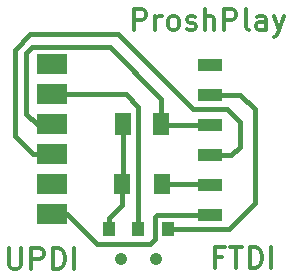
<source format=gbr>
%TF.GenerationSoftware,KiCad,Pcbnew,9.0.0*%
%TF.CreationDate,2025-05-11T17:49:32+05:30*%
%TF.ProjectId,Auto-UPDI-with-switch,4175746f-2d55-4504-9449-2d776974682d,rev?*%
%TF.SameCoordinates,Original*%
%TF.FileFunction,Copper,L1,Top*%
%TF.FilePolarity,Positive*%
%FSLAX46Y46*%
G04 Gerber Fmt 4.6, Leading zero omitted, Abs format (unit mm)*
G04 Created by KiCad (PCBNEW 9.0.0) date 2025-05-11 17:49:32*
%MOMM*%
%LPD*%
G01*
G04 APERTURE LIST*
%ADD10C,0.360000*%
%TA.AperFunction,NonConductor*%
%ADD11C,0.360000*%
%TD*%
%TA.AperFunction,SMDPad,CuDef*%
%ADD12R,1.400000X1.900000*%
%TD*%
%TA.AperFunction,ComponentPad*%
%ADD13C,1.050000*%
%TD*%
%TA.AperFunction,SMDPad,CuDef*%
%ADD14R,1.000000X1.200000*%
%TD*%
%TA.AperFunction,SMDPad,CuDef*%
%ADD15R,2.500000X1.700000*%
%TD*%
%TA.AperFunction,SMDPad,CuDef*%
%ADD16R,2.000000X1.000000*%
%TD*%
%TA.AperFunction,SMDPad,CuDef*%
%ADD17R,1.400000X1.700000*%
%TD*%
%TA.AperFunction,Conductor*%
%ADD18C,0.400000*%
%TD*%
G04 APERTURE END LIST*
D10*
D11*
X98866951Y-93751513D02*
X98266951Y-93751513D01*
X98266951Y-94694370D02*
X98266951Y-92894370D01*
X98266951Y-92894370D02*
X99124094Y-92894370D01*
X99552665Y-92894370D02*
X100581237Y-92894370D01*
X100066951Y-94694370D02*
X100066951Y-92894370D01*
X101181237Y-94694370D02*
X101181237Y-92894370D01*
X101181237Y-92894370D02*
X101609808Y-92894370D01*
X101609808Y-92894370D02*
X101866951Y-92980084D01*
X101866951Y-92980084D02*
X102038380Y-93151513D01*
X102038380Y-93151513D02*
X102124094Y-93322941D01*
X102124094Y-93322941D02*
X102209808Y-93665798D01*
X102209808Y-93665798D02*
X102209808Y-93922941D01*
X102209808Y-93922941D02*
X102124094Y-94265798D01*
X102124094Y-94265798D02*
X102038380Y-94437227D01*
X102038380Y-94437227D02*
X101866951Y-94608656D01*
X101866951Y-94608656D02*
X101609808Y-94694370D01*
X101609808Y-94694370D02*
X101181237Y-94694370D01*
X102981237Y-94694370D02*
X102981237Y-92894370D01*
D10*
D11*
X80822867Y-93009165D02*
X80822867Y-94466308D01*
X80822867Y-94466308D02*
X80908581Y-94637736D01*
X80908581Y-94637736D02*
X80994296Y-94723451D01*
X80994296Y-94723451D02*
X81165724Y-94809165D01*
X81165724Y-94809165D02*
X81508581Y-94809165D01*
X81508581Y-94809165D02*
X81680010Y-94723451D01*
X81680010Y-94723451D02*
X81765724Y-94637736D01*
X81765724Y-94637736D02*
X81851438Y-94466308D01*
X81851438Y-94466308D02*
X81851438Y-93009165D01*
X82708581Y-94809165D02*
X82708581Y-93009165D01*
X82708581Y-93009165D02*
X83394295Y-93009165D01*
X83394295Y-93009165D02*
X83565724Y-93094879D01*
X83565724Y-93094879D02*
X83651438Y-93180593D01*
X83651438Y-93180593D02*
X83737152Y-93352022D01*
X83737152Y-93352022D02*
X83737152Y-93609165D01*
X83737152Y-93609165D02*
X83651438Y-93780593D01*
X83651438Y-93780593D02*
X83565724Y-93866308D01*
X83565724Y-93866308D02*
X83394295Y-93952022D01*
X83394295Y-93952022D02*
X82708581Y-93952022D01*
X84508581Y-94809165D02*
X84508581Y-93009165D01*
X84508581Y-93009165D02*
X84937152Y-93009165D01*
X84937152Y-93009165D02*
X85194295Y-93094879D01*
X85194295Y-93094879D02*
X85365724Y-93266308D01*
X85365724Y-93266308D02*
X85451438Y-93437736D01*
X85451438Y-93437736D02*
X85537152Y-93780593D01*
X85537152Y-93780593D02*
X85537152Y-94037736D01*
X85537152Y-94037736D02*
X85451438Y-94380593D01*
X85451438Y-94380593D02*
X85365724Y-94552022D01*
X85365724Y-94552022D02*
X85194295Y-94723451D01*
X85194295Y-94723451D02*
X84937152Y-94809165D01*
X84937152Y-94809165D02*
X84508581Y-94809165D01*
X86308581Y-94809165D02*
X86308581Y-93009165D01*
D10*
D11*
X91411866Y-74574868D02*
X91411866Y-72774868D01*
X91411866Y-72774868D02*
X92097580Y-72774868D01*
X92097580Y-72774868D02*
X92269009Y-72860582D01*
X92269009Y-72860582D02*
X92354723Y-72946296D01*
X92354723Y-72946296D02*
X92440437Y-73117725D01*
X92440437Y-73117725D02*
X92440437Y-73374868D01*
X92440437Y-73374868D02*
X92354723Y-73546296D01*
X92354723Y-73546296D02*
X92269009Y-73632011D01*
X92269009Y-73632011D02*
X92097580Y-73717725D01*
X92097580Y-73717725D02*
X91411866Y-73717725D01*
X93211866Y-74574868D02*
X93211866Y-73374868D01*
X93211866Y-73717725D02*
X93297580Y-73546296D01*
X93297580Y-73546296D02*
X93383295Y-73460582D01*
X93383295Y-73460582D02*
X93554723Y-73374868D01*
X93554723Y-73374868D02*
X93726152Y-73374868D01*
X94583295Y-74574868D02*
X94411866Y-74489154D01*
X94411866Y-74489154D02*
X94326152Y-74403439D01*
X94326152Y-74403439D02*
X94240438Y-74232011D01*
X94240438Y-74232011D02*
X94240438Y-73717725D01*
X94240438Y-73717725D02*
X94326152Y-73546296D01*
X94326152Y-73546296D02*
X94411866Y-73460582D01*
X94411866Y-73460582D02*
X94583295Y-73374868D01*
X94583295Y-73374868D02*
X94840438Y-73374868D01*
X94840438Y-73374868D02*
X95011866Y-73460582D01*
X95011866Y-73460582D02*
X95097581Y-73546296D01*
X95097581Y-73546296D02*
X95183295Y-73717725D01*
X95183295Y-73717725D02*
X95183295Y-74232011D01*
X95183295Y-74232011D02*
X95097581Y-74403439D01*
X95097581Y-74403439D02*
X95011866Y-74489154D01*
X95011866Y-74489154D02*
X94840438Y-74574868D01*
X94840438Y-74574868D02*
X94583295Y-74574868D01*
X95869009Y-74489154D02*
X96040437Y-74574868D01*
X96040437Y-74574868D02*
X96383294Y-74574868D01*
X96383294Y-74574868D02*
X96554723Y-74489154D01*
X96554723Y-74489154D02*
X96640437Y-74317725D01*
X96640437Y-74317725D02*
X96640437Y-74232011D01*
X96640437Y-74232011D02*
X96554723Y-74060582D01*
X96554723Y-74060582D02*
X96383294Y-73974868D01*
X96383294Y-73974868D02*
X96126152Y-73974868D01*
X96126152Y-73974868D02*
X95954723Y-73889154D01*
X95954723Y-73889154D02*
X95869009Y-73717725D01*
X95869009Y-73717725D02*
X95869009Y-73632011D01*
X95869009Y-73632011D02*
X95954723Y-73460582D01*
X95954723Y-73460582D02*
X96126152Y-73374868D01*
X96126152Y-73374868D02*
X96383294Y-73374868D01*
X96383294Y-73374868D02*
X96554723Y-73460582D01*
X97411866Y-74574868D02*
X97411866Y-72774868D01*
X98183295Y-74574868D02*
X98183295Y-73632011D01*
X98183295Y-73632011D02*
X98097580Y-73460582D01*
X98097580Y-73460582D02*
X97926152Y-73374868D01*
X97926152Y-73374868D02*
X97669009Y-73374868D01*
X97669009Y-73374868D02*
X97497580Y-73460582D01*
X97497580Y-73460582D02*
X97411866Y-73546296D01*
X99040437Y-74574868D02*
X99040437Y-72774868D01*
X99040437Y-72774868D02*
X99726151Y-72774868D01*
X99726151Y-72774868D02*
X99897580Y-72860582D01*
X99897580Y-72860582D02*
X99983294Y-72946296D01*
X99983294Y-72946296D02*
X100069008Y-73117725D01*
X100069008Y-73117725D02*
X100069008Y-73374868D01*
X100069008Y-73374868D02*
X99983294Y-73546296D01*
X99983294Y-73546296D02*
X99897580Y-73632011D01*
X99897580Y-73632011D02*
X99726151Y-73717725D01*
X99726151Y-73717725D02*
X99040437Y-73717725D01*
X101097580Y-74574868D02*
X100926151Y-74489154D01*
X100926151Y-74489154D02*
X100840437Y-74317725D01*
X100840437Y-74317725D02*
X100840437Y-72774868D01*
X102554723Y-74574868D02*
X102554723Y-73632011D01*
X102554723Y-73632011D02*
X102469008Y-73460582D01*
X102469008Y-73460582D02*
X102297580Y-73374868D01*
X102297580Y-73374868D02*
X101954723Y-73374868D01*
X101954723Y-73374868D02*
X101783294Y-73460582D01*
X102554723Y-74489154D02*
X102383294Y-74574868D01*
X102383294Y-74574868D02*
X101954723Y-74574868D01*
X101954723Y-74574868D02*
X101783294Y-74489154D01*
X101783294Y-74489154D02*
X101697580Y-74317725D01*
X101697580Y-74317725D02*
X101697580Y-74146296D01*
X101697580Y-74146296D02*
X101783294Y-73974868D01*
X101783294Y-73974868D02*
X101954723Y-73889154D01*
X101954723Y-73889154D02*
X102383294Y-73889154D01*
X102383294Y-73889154D02*
X102554723Y-73803439D01*
X103240436Y-73374868D02*
X103669008Y-74574868D01*
X104097579Y-73374868D02*
X103669008Y-74574868D01*
X103669008Y-74574868D02*
X103497579Y-75003439D01*
X103497579Y-75003439D02*
X103411865Y-75089154D01*
X103411865Y-75089154D02*
X103240436Y-75174868D01*
D12*
%TO.P,D5,2,A*%
%TO.N,UPDI-RX*%
X90425000Y-82550000D03*
%TO.P,D5,1,K*%
%TO.N,TX*%
X93725000Y-82550000D03*
%TD*%
D13*
%TO.P,SW1,*%
%TO.N,*%
X90257500Y-93980000D03*
X93257500Y-93980000D03*
D14*
%TO.P,SW1,1,A*%
%TO.N,UPDI-RX*%
X89257500Y-91380000D03*
%TO.P,SW1,2,B*%
%TO.N,RX*%
X91757500Y-91380000D03*
%TO.P,SW1,3,C*%
%TO.N,T-RX*%
X94257500Y-91380000D03*
%TD*%
D15*
%TO.P,J1,1*%
%TO.N,GND*%
X84455000Y-90170000D03*
%TO.P,J1,2*%
%TO.N,unconnected-(J1-Pad2)*%
X84455000Y-87630000D03*
%TO.P,J1,3*%
%TO.N,VCC*%
X84455000Y-85090000D03*
%TO.P,J1,4*%
%TO.N,TX*%
X84455000Y-82550000D03*
%TO.P,J1,5*%
%TO.N,RX*%
X84455000Y-80010000D03*
%TO.P,J1,6*%
%TO.N,DTR*%
X84455000Y-77470000D03*
%TD*%
D16*
%TO.P,J2,1*%
%TO.N,unconnected-(J2-Pad1)*%
X97870000Y-77520000D03*
%TO.P,J2,2*%
%TO.N,T-RX*%
X97870000Y-80060000D03*
%TO.P,J2,3*%
%TO.N,TX*%
X97870000Y-82600000D03*
%TO.P,J2,4*%
%TO.N,VCC*%
X97870000Y-85140000D03*
%TO.P,J2,5*%
%TO.N,UPDI*%
X97870000Y-87680000D03*
%TO.P,J2,6*%
%TO.N,GND*%
X97870000Y-90220000D03*
%TD*%
D17*
%TO.P,R4,1*%
%TO.N,UPDI-RX*%
X90375000Y-87630000D03*
%TO.P,R4,2*%
%TO.N,UPDI*%
X93775000Y-87630000D03*
%TD*%
D18*
%TO.N,TX*%
X89354000Y-76019000D02*
X93725000Y-80390000D01*
X93725000Y-80390000D02*
X93725000Y-82550000D01*
X82275331Y-81640331D02*
X82275331Y-76528669D01*
X82785000Y-76019000D02*
X89354000Y-76019000D01*
X83185000Y-82550000D02*
X82275331Y-81640331D01*
X84455000Y-82550000D02*
X83185000Y-82550000D01*
X82275331Y-76528669D02*
X82785000Y-76019000D01*
%TO.N,VCC*%
X99645000Y-85140000D02*
X97870000Y-85140000D01*
X100330000Y-82358000D02*
X100330000Y-84455000D01*
X90038000Y-74930000D02*
X96388000Y-81280000D01*
X100330000Y-84455000D02*
X99645000Y-85140000D01*
X82560215Y-74930000D02*
X90038000Y-74930000D01*
X81280000Y-83565000D02*
X81280000Y-76210215D01*
X82805000Y-85090000D02*
X81280000Y-83565000D01*
X81280000Y-76210215D02*
X82560215Y-74930000D01*
X84455000Y-85090000D02*
X82805000Y-85090000D01*
X96388000Y-81280000D02*
X99252000Y-81280000D01*
X99252000Y-81280000D02*
X100330000Y-82358000D01*
%TO.N,UPDI-RX*%
X89257500Y-90447500D02*
X89257500Y-91380000D01*
X90375000Y-89330000D02*
X89257500Y-90447500D01*
X90375000Y-87630000D02*
X90375000Y-89330000D01*
%TO.N,GND*%
X88265000Y-92710000D02*
X85725000Y-90170000D01*
X92710000Y-92710000D02*
X88265000Y-92710000D01*
X93156500Y-92263500D02*
X92710000Y-92710000D01*
X93156500Y-90367500D02*
X93156500Y-92263500D01*
X93345000Y-90179000D02*
X93156500Y-90367500D01*
X85725000Y-90170000D02*
X84455000Y-90170000D01*
X97870000Y-90220000D02*
X97829000Y-90179000D01*
X97829000Y-90179000D02*
X93345000Y-90179000D01*
%TO.N,T-RX*%
X101600000Y-89192000D02*
X99412000Y-91380000D01*
X101600000Y-81280000D02*
X101600000Y-89192000D01*
X100380000Y-80060000D02*
X101600000Y-81280000D01*
X97870000Y-80060000D02*
X100380000Y-80060000D01*
X99412000Y-91380000D02*
X94257500Y-91380000D01*
%TO.N,TX*%
X93775000Y-82600000D02*
X93725000Y-82550000D01*
X97870000Y-82600000D02*
X93775000Y-82600000D01*
%TO.N,RX*%
X91757500Y-81030500D02*
X91757500Y-91380000D01*
X90737000Y-80010000D02*
X91757500Y-81030500D01*
X84455000Y-80010000D02*
X90737000Y-80010000D01*
%TO.N,UPDI*%
X97820000Y-87630000D02*
X97870000Y-87680000D01*
X93775000Y-87630000D02*
X97820000Y-87630000D01*
%TO.N,UPDI-RX*%
X90425000Y-87580000D02*
X90375000Y-87630000D01*
X90425000Y-82550000D02*
X90425000Y-87580000D01*
%TD*%
M02*

</source>
